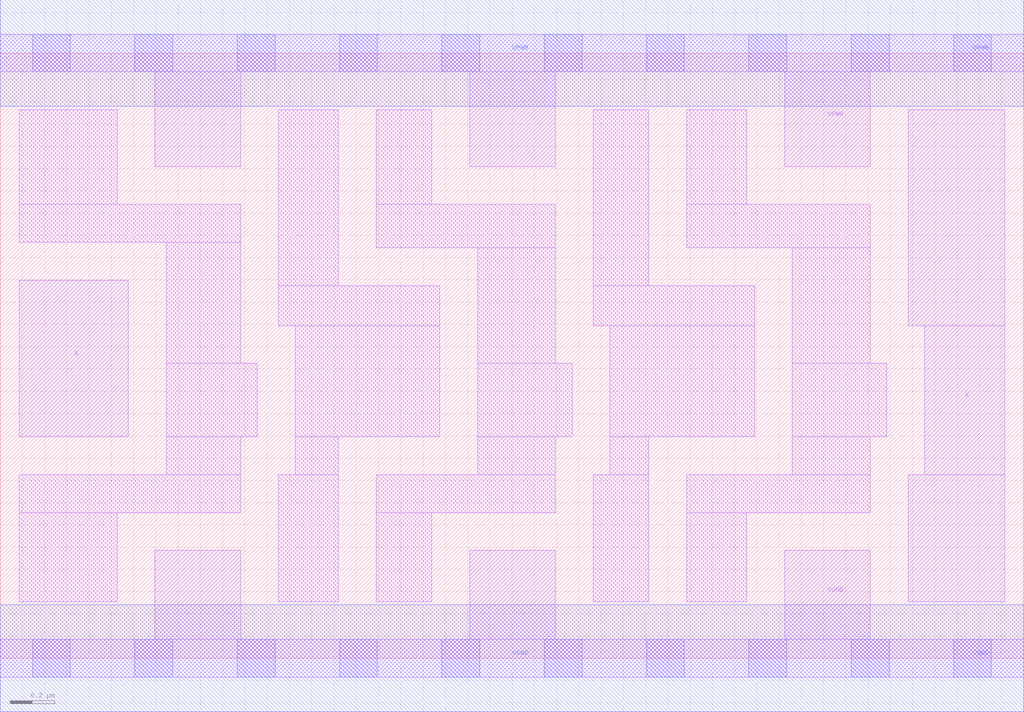
<source format=lef>
# Copyright 2020 The SkyWater PDK Authors
#
# Licensed under the Apache License, Version 2.0 (the "License");
# you may not use this file except in compliance with the License.
# You may obtain a copy of the License at
#
#     https://www.apache.org/licenses/LICENSE-2.0
#
# Unless required by applicable law or agreed to in writing, software
# distributed under the License is distributed on an "AS IS" BASIS,
# WITHOUT WARRANTIES OR CONDITIONS OF ANY KIND, either express or implied.
# See the License for the specific language governing permissions and
# limitations under the License.
#
# SPDX-License-Identifier: Apache-2.0

VERSION 5.7 ;
  NAMESCASESENSITIVE ON ;
  NOWIREEXTENSIONATPIN ON ;
  DIVIDERCHAR "/" ;
  BUSBITCHARS "[]" ;
UNITS
  DATABASE MICRONS 200 ;
END UNITS
MACRO sky130_fd_sc_hd__dlymetal6s6s_1
  CLASS CORE ;
  SOURCE USER ;
  FOREIGN sky130_fd_sc_hd__dlymetal6s6s_1 ;
  ORIGIN  0.000000  0.000000 ;
  SIZE  4.600000 BY  2.720000 ;
  SYMMETRY X Y R90 ;
  SITE unithd ;
  PIN A
    ANTENNAGATEAREA  0.126000 ;
    DIRECTION INPUT ;
    USE SIGNAL ;
    PORT
      LAYER li1 ;
        RECT 0.085000 0.995000 0.575000 1.700000 ;
    END
  END A
  PIN X
    ANTENNADIFFAREA  0.429000 ;
    DIRECTION OUTPUT ;
    USE SIGNAL ;
    PORT
      LAYER li1 ;
        RECT 4.080000 0.255000 4.515000 0.825000 ;
        RECT 4.080000 1.495000 4.515000 2.465000 ;
        RECT 4.155000 0.825000 4.515000 1.495000 ;
    END
  END X
  PIN VGND
    DIRECTION INOUT ;
    SHAPE ABUTMENT ;
    USE GROUND ;
    PORT
      LAYER li1 ;
        RECT 0.000000 -0.085000 4.600000 0.085000 ;
        RECT 0.695000  0.085000 1.080000 0.485000 ;
        RECT 2.110000  0.085000 2.495000 0.485000 ;
        RECT 3.525000  0.085000 3.910000 0.485000 ;
      LAYER mcon ;
        RECT 0.145000 -0.085000 0.315000 0.085000 ;
        RECT 0.605000 -0.085000 0.775000 0.085000 ;
        RECT 1.065000 -0.085000 1.235000 0.085000 ;
        RECT 1.525000 -0.085000 1.695000 0.085000 ;
        RECT 1.985000 -0.085000 2.155000 0.085000 ;
        RECT 2.445000 -0.085000 2.615000 0.085000 ;
        RECT 2.905000 -0.085000 3.075000 0.085000 ;
        RECT 3.365000 -0.085000 3.535000 0.085000 ;
        RECT 3.825000 -0.085000 3.995000 0.085000 ;
        RECT 4.285000 -0.085000 4.455000 0.085000 ;
      LAYER met1 ;
        RECT 0.000000 -0.240000 4.600000 0.240000 ;
    END
  END VGND
  PIN VPWR
    DIRECTION INOUT ;
    SHAPE ABUTMENT ;
    USE POWER ;
    PORT
      LAYER li1 ;
        RECT 0.000000 2.635000 4.600000 2.805000 ;
        RECT 0.695000 2.210000 1.080000 2.635000 ;
        RECT 2.110000 2.210000 2.495000 2.635000 ;
        RECT 3.525000 2.210000 3.910000 2.635000 ;
      LAYER mcon ;
        RECT 0.145000 2.635000 0.315000 2.805000 ;
        RECT 0.605000 2.635000 0.775000 2.805000 ;
        RECT 1.065000 2.635000 1.235000 2.805000 ;
        RECT 1.525000 2.635000 1.695000 2.805000 ;
        RECT 1.985000 2.635000 2.155000 2.805000 ;
        RECT 2.445000 2.635000 2.615000 2.805000 ;
        RECT 2.905000 2.635000 3.075000 2.805000 ;
        RECT 3.365000 2.635000 3.535000 2.805000 ;
        RECT 3.825000 2.635000 3.995000 2.805000 ;
        RECT 4.285000 2.635000 4.455000 2.805000 ;
      LAYER met1 ;
        RECT 0.000000 2.480000 4.600000 2.960000 ;
    END
  END VPWR
  OBS
    LAYER li1 ;
      RECT 0.085000 0.255000 0.525000 0.655000 ;
      RECT 0.085000 0.655000 1.080000 0.825000 ;
      RECT 0.085000 1.870000 1.080000 2.040000 ;
      RECT 0.085000 2.040000 0.525000 2.465000 ;
      RECT 0.745000 0.825000 1.080000 0.995000 ;
      RECT 0.745000 0.995000 1.155000 1.325000 ;
      RECT 0.745000 1.325000 1.080000 1.870000 ;
      RECT 1.250000 0.255000 1.520000 0.825000 ;
      RECT 1.250000 1.495000 1.975000 1.675000 ;
      RECT 1.250000 1.675000 1.520000 2.465000 ;
      RECT 1.325000 0.825000 1.520000 0.995000 ;
      RECT 1.325000 0.995000 1.975000 1.495000 ;
      RECT 1.690000 0.255000 1.940000 0.655000 ;
      RECT 1.690000 0.655000 2.495000 0.825000 ;
      RECT 1.690000 1.845000 2.495000 2.040000 ;
      RECT 1.690000 2.040000 1.940000 2.465000 ;
      RECT 2.145000 0.825000 2.495000 0.995000 ;
      RECT 2.145000 0.995000 2.570000 1.325000 ;
      RECT 2.145000 1.325000 2.495000 1.845000 ;
      RECT 2.665000 0.255000 2.915000 0.825000 ;
      RECT 2.665000 1.495000 3.390000 1.675000 ;
      RECT 2.665000 1.675000 2.915000 2.465000 ;
      RECT 2.740000 0.825000 2.915000 0.995000 ;
      RECT 2.740000 0.995000 3.390000 1.495000 ;
      RECT 3.085000 0.255000 3.355000 0.655000 ;
      RECT 3.085000 0.655000 3.910000 0.825000 ;
      RECT 3.085000 1.845000 3.910000 2.040000 ;
      RECT 3.085000 2.040000 3.355000 2.465000 ;
      RECT 3.560000 0.825000 3.910000 0.995000 ;
      RECT 3.560000 0.995000 3.985000 1.325000 ;
      RECT 3.560000 1.325000 3.910000 1.845000 ;
  END
END sky130_fd_sc_hd__dlymetal6s6s_1

</source>
